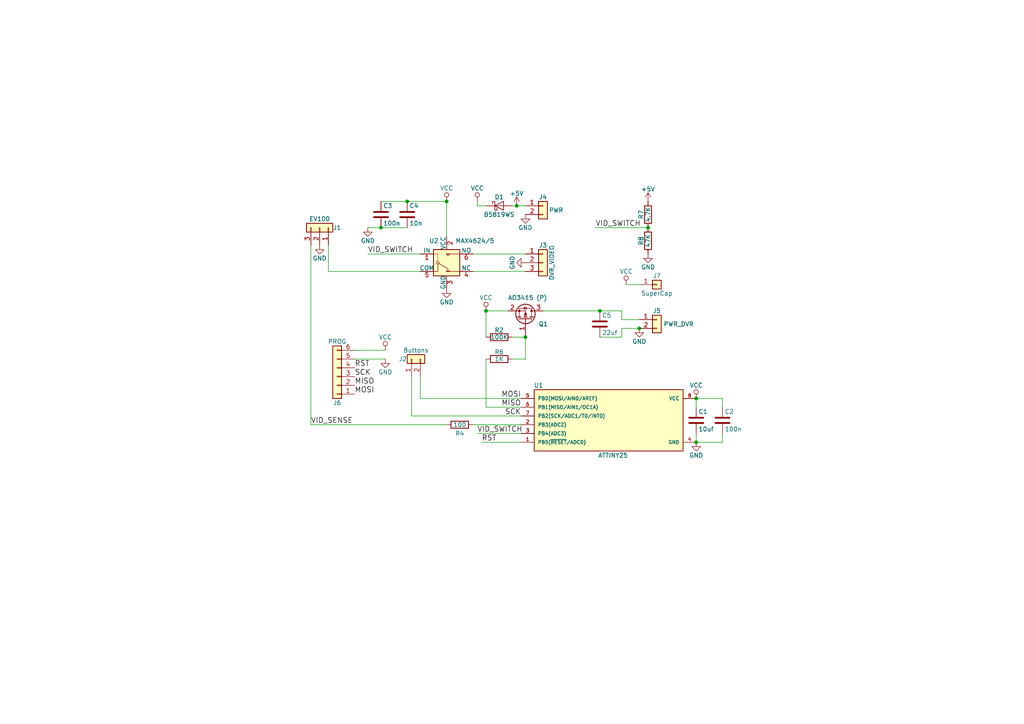
<source format=kicad_sch>
(kicad_sch (version 20230121) (generator eeschema)
  (paper "A4")
  (lib_symbols
    (symbol "VideoSwitchDVR-rescue:+5V" (power) (pin_names (offset 0))
      (property "Value" "+5V" (at 0 3.556 0))
      (symbol "+5V_0_1"
        (polyline (pts (xy -0.762 1.27) (xy 0 2.54)))
        (polyline (pts (xy 0 0) (xy 0 2.54)))
        (polyline (pts (xy 0 2.54) (xy 0.762 1.27)))
      )
      (symbol "+5V_1_1"
        (pin power_in line (at 0 0 90) (length 0) hide (name "+5V") (number "1"))
      )
    )
    (symbol "VideoSwitchDVR-rescue:ATTINY15-1SC" (pin_names (offset 1.016))
      (property "Reference" "U" (at -20.32 10.16 0))
      (property "Value" "ATTINY15-1SC" (at 16.51 -10.16 0))
      (symbol "ATTINY15-1SC_0_1"
        (rectangle (start -21.59 8.89) (end 21.59 -8.89) (stroke (width 0.254)) (fill (type background)))
      )
      (symbol "ATTINY15-1SC_1_1"
        (pin bidirectional line (at -25.4 -6.35 0) (length 3.81) (name "PB5(~{RESET}/ADC0)") (number "1"))
        (pin bidirectional line (at -25.4 -1.27 0) (length 3.81) (name "PB3(ADC2)") (number "2"))
        (pin bidirectional line (at -25.4 -3.81 0) (length 3.81) (name "PB4(ADC3)") (number "3"))
        (pin power_in line (at 25.4 -6.35 180) (length 3.81) (name "GND") (number "4"))
        (pin bidirectional line (at -25.4 6.35 0) (length 3.81) (name "PB0(MOSI/AIN0/AREF)") (number "5"))
        (pin bidirectional line (at -25.4 3.81 0) (length 3.81) (name "PB1(MISO/AIN1/OC1A)") (number "6"))
        (pin bidirectional line (at -25.4 1.27 0) (length 3.81) (name "PB2(SCK/ADC1/T0/INT0)") (number "7"))
        (pin power_in line (at 25.4 6.35 180) (length 3.81) (name "VCC") (number "8"))
      )
    )
    (symbol "VideoSwitchDVR-rescue:C" (pin_numbers hide) (pin_names (offset 0.254))
      (property "Reference" "C" (at 0.635 2.54 0))
      (property "Value" "C" (at 0.635 -2.54 0))
      (symbol "C_0_1"
        (polyline (pts (xy -2.032 -0.762) (xy 2.032 -0.762)) (stroke (width 0.508)))
        (polyline (pts (xy -2.032 0.762) (xy 2.032 0.762)) (stroke (width 0.508)))
      )
      (symbol "C_1_1"
        (pin passive line (at 0 3.81 270) (length 2.794) (name "~") (number "1"))
        (pin passive line (at 0 -3.81 90) (length 2.794) (name "~") (number "2"))
      )
    )
    (symbol "VideoSwitchDVR-rescue:Conn_01x01" (pin_names (offset 1.016) hide)
      (property "Reference" "J" (at 0 2.54 0))
      (property "Value" "Conn_01x01" (at 0 -2.54 0))
      (symbol "Conn_01x01_1_1"
        (rectangle (start -1.27 0.127) (end 0 -0.127) (stroke (width 0.1524)))
        (rectangle (start -1.27 1.27) (end 1.27 -1.27) (stroke (width 0.254)) (fill (type background)))
        (pin passive line (at -5.08 0 0) (length 3.81) (name "Pin_1") (number "1"))
      )
    )
    (symbol "VideoSwitchDVR-rescue:Conn_01x02" (pin_names (offset 1.016) hide)
      (property "Reference" "J" (at 0 2.54 0))
      (property "Value" "Conn_01x02" (at 0 -5.08 0))
      (symbol "Conn_01x02_1_1"
        (rectangle (start -1.27 -2.413) (end 0 -2.667) (stroke (width 0.1524)))
        (rectangle (start -1.27 0.127) (end 0 -0.127) (stroke (width 0.1524)))
        (rectangle (start -1.27 1.27) (end 1.27 -3.81) (stroke (width 0.254)) (fill (type background)))
        (pin passive line (at -5.08 0 0) (length 3.81) (name "Pin_1") (number "1"))
        (pin passive line (at -5.08 -2.54 0) (length 3.81) (name "Pin_2") (number "2"))
      )
    )
    (symbol "VideoSwitchDVR-rescue:Conn_01x03" (pin_names (offset 1.016) hide)
      (property "Reference" "J" (at 0 5.08 0))
      (property "Value" "Conn_01x03" (at 0 -5.08 0))
      (symbol "Conn_01x03_1_1"
        (rectangle (start -1.27 -2.413) (end 0 -2.667) (stroke (width 0.1524)))
        (rectangle (start -1.27 0.127) (end 0 -0.127) (stroke (width 0.1524)))
        (rectangle (start -1.27 2.667) (end 0 2.413) (stroke (width 0.1524)))
        (rectangle (start -1.27 3.81) (end 1.27 -3.81) (stroke (width 0.254)) (fill (type background)))
        (pin passive line (at -5.08 2.54 0) (length 3.81) (name "Pin_1") (number "1"))
        (pin passive line (at -5.08 0 0) (length 3.81) (name "Pin_2") (number "2"))
        (pin passive line (at -5.08 -2.54 0) (length 3.81) (name "Pin_3") (number "3"))
      )
    )
    (symbol "VideoSwitchDVR-rescue:Conn_01x06" (pin_names (offset 1.016) hide)
      (property "Reference" "J" (at 0 7.62 0))
      (property "Value" "Conn_01x06" (at 0 -10.16 0))
      (symbol "Conn_01x06_1_1"
        (rectangle (start -1.27 -7.493) (end 0 -7.747) (stroke (width 0.1524)))
        (rectangle (start -1.27 -4.953) (end 0 -5.207) (stroke (width 0.1524)))
        (rectangle (start -1.27 -2.413) (end 0 -2.667) (stroke (width 0.1524)))
        (rectangle (start -1.27 0.127) (end 0 -0.127) (stroke (width 0.1524)))
        (rectangle (start -1.27 2.667) (end 0 2.413) (stroke (width 0.1524)))
        (rectangle (start -1.27 5.207) (end 0 4.953) (stroke (width 0.1524)))
        (rectangle (start -1.27 6.35) (end 1.27 -8.89) (stroke (width 0.254)) (fill (type background)))
        (pin passive line (at -5.08 5.08 0) (length 3.81) (name "Pin_1") (number "1"))
        (pin passive line (at -5.08 2.54 0) (length 3.81) (name "Pin_2") (number "2"))
        (pin passive line (at -5.08 0 0) (length 3.81) (name "Pin_3") (number "3"))
        (pin passive line (at -5.08 -2.54 0) (length 3.81) (name "Pin_4") (number "4"))
        (pin passive line (at -5.08 -5.08 0) (length 3.81) (name "Pin_5") (number "5"))
        (pin passive line (at -5.08 -7.62 0) (length 3.81) (name "Pin_6") (number "6"))
      )
    )
    (symbol "VideoSwitchDVR-rescue:D_Schottky" (pin_numbers hide) (pin_names (offset 1.016) hide)
      (property "Reference" "D" (at 0 2.54 0))
      (property "Value" "D_Schottky" (at 0 -2.54 0))
      (symbol "D_Schottky_0_1"
        (polyline (pts (xy 1.27 0) (xy -1.27 0)))
        (polyline (pts (xy 1.27 1.27) (xy 1.27 -1.27) (xy -1.27 0) (xy 1.27 1.27)) (stroke (width 0.2032)))
        (polyline (pts (xy -1.905 0.635) (xy -1.905 1.27) (xy -1.27 1.27) (xy -1.27 -1.27) (xy -0.635 -1.27) (xy -0.635 -0.635)) (stroke (width 0.2032)))
      )
      (symbol "D_Schottky_1_1"
        (pin passive line (at -3.81 0 0) (length 2.54) (name "K") (number "1"))
        (pin passive line (at 3.81 0 180) (length 2.54) (name "A") (number "2"))
      )
    )
    (symbol "VideoSwitchDVR-rescue:GND" (power) (pin_names (offset 0))
      (property "Value" "GND" (at 0 -3.81 0))
      (symbol "GND_0_1"
        (polyline (pts (xy 0 0) (xy 0 -1.27) (xy 1.27 -1.27) (xy 0 -2.54) (xy -1.27 -1.27) (xy 0 -1.27)))
      )
      (symbol "GND_1_1"
        (pin power_in line (at 0 0 270) (length 0) hide (name "GND") (number "1"))
      )
    )
    (symbol "VideoSwitchDVR-rescue:MAX4624/5" (pin_names (offset 0))
      (property "Reference" "U" (at -5.08 6.35 0))
      (property "Value" "MAX4624/5" (at 2.54 6.35 0))
      (symbol "MAX4624/5_0_1"
        (rectangle (start -3.81 3.81) (end 3.81 -3.81) (stroke (width 0.254)) (fill (type background)))
        (circle (center -2.54 0) (radius 0.381))
        (polyline (pts (xy -3.683 2.54) (xy -3.81 2.54)))
        (polyline (pts (xy -3.302 2.54) (xy -3.429 2.54)))
        (polyline (pts (xy -2.921 2.54) (xy -3.048 2.54)))
        (polyline (pts (xy -2.54 0.635) (xy -2.54 0.508)))
        (polyline (pts (xy -2.54 1.016) (xy -2.54 0.889)))
        (polyline (pts (xy -2.54 1.397) (xy -2.54 1.27)))
        (polyline (pts (xy -2.54 1.778) (xy -2.54 1.651)))
        (polyline (pts (xy -2.54 2.159) (xy -2.54 2.032)))
        (polyline (pts (xy -2.54 2.54) (xy -2.667 2.54)))
        (polyline (pts (xy -2.54 2.54) (xy -2.54 2.413)))
        (polyline (pts (xy -2.159 -0.254) (xy 0.381 -1.778)))
        (polyline (pts (xy 0 2.54) (xy 3.81 2.54)))
        (polyline (pts (xy 3.81 -2.54) (xy 0 -2.54)))
        (polyline (pts (xy -3.81 -2.54) (xy -2.54 -2.54) (xy -2.54 -0.381)))
        (polyline (pts (xy -0.127 -2.54) (xy 0.381 -2.032) (xy 0.889 -2.54) (xy -0.127 -2.54) (xy -0.127 -2.54)))
        (polyline (pts (xy 0.889 2.54) (xy -0.127 2.54) (xy 0.381 2.032) (xy 0.889 2.54) (xy 0.889 2.54) (xy 0.889 2.54)))
        (pin power_in line (at 0 -7.62 90) (length 3.81) (name "GND") (number "3"))
      )
      (symbol "MAX4624/5_1_1"
        (pin input line (at -7.62 2.54 0) (length 3.81) (name "IN") (number "1"))
        (pin power_in line (at 0 7.62 270) (length 3.81) (name "VCC") (number "2"))
        (pin bidirectional line (at 7.62 -2.54 180) (length 3.81) (name "NC") (number "4"))
        (pin bidirectional line (at -7.62 -2.54 0) (length 3.81) (name "COM") (number "5"))
        (pin bidirectional line (at 7.62 2.54 180) (length 3.81) (name "NO") (number "6"))
      )
    )
    (symbol "VideoSwitchDVR-rescue:Q_PMOS_GSD" (pin_names (offset 0) hide)
      (property "Reference" "Q" (at 5.08 1.27 0))
      (property "Value" "Q_PMOS_GSD" (at 5.08 -1.27 0))
      (symbol "Q_PMOS_GSD_0_1"
        (polyline (pts (xy 0.0508 0) (xy 0.254 0)))
        (polyline (pts (xy 0.762 -1.778) (xy 2.54 -1.778)))
        (polyline (pts (xy 0.762 -1.27) (xy 0.762 -2.286)) (stroke (width 0.254)))
        (polyline (pts (xy 0.762 0) (xy 2.54 0)))
        (polyline (pts (xy 0.762 0.508) (xy 0.762 -0.508)) (stroke (width 0.254)))
        (polyline (pts (xy 0.762 1.778) (xy 2.54 1.778)))
        (polyline (pts (xy 0.762 2.286) (xy 0.762 1.27)) (stroke (width 0.254)))
        (polyline (pts (xy 2.54 -1.778) (xy 2.54 -2.54)))
        (polyline (pts (xy 2.54 -1.778) (xy 2.54 0)))
        (polyline (pts (xy 2.54 2.54) (xy 2.54 1.778)))
        (polyline (pts (xy 0.254 1.905) (xy 0.254 -1.905) (xy 0.254 -1.905)) (stroke (width 0.254)))
        (polyline (pts (xy 2.286 0) (xy 1.27 -0.381) (xy 1.27 0.381) (xy 2.286 0)) (fill (type outline)))
        (polyline (pts (xy 2.54 -1.778) (xy 3.302 -1.778) (xy 3.302 1.778) (xy 2.54 1.778)))
        (polyline (pts (xy 2.794 -0.508) (xy 2.921 -0.381) (xy 3.683 -0.381) (xy 3.81 -0.254)))
        (polyline (pts (xy 3.302 -0.381) (xy 2.921 0.254) (xy 3.683 0.254) (xy 3.302 -0.381)))
        (circle (center 1.651 0) (radius 2.8194) (stroke (width 0.254)))
        (circle (center 2.54 -1.778) (radius 0.2794) (fill (type outline)))
        (circle (center 2.54 1.778) (radius 0.2794) (fill (type outline)))
      )
      (symbol "Q_PMOS_GSD_1_1"
        (pin input line (at -5.08 0 0) (length 5.08) (name "G") (number "1"))
        (pin passive line (at 2.54 -5.08 90) (length 2.54) (name "S") (number "2"))
        (pin passive line (at 2.54 5.08 270) (length 2.54) (name "D") (number "3"))
      )
    )
    (symbol "VideoSwitchDVR-rescue:R" (pin_numbers hide) (pin_names (offset 0))
      (property "Reference" "R" (at 2.032 0 90))
      (property "Value" "R" (at 0 0 90))
      (symbol "R_0_1"
        (rectangle (start -1.016 -2.54) (end 1.016 2.54) (stroke (width 0.254)))
      )
      (symbol "R_1_1"
        (pin passive line (at 0 3.81 270) (length 1.27) (name "~") (number "1"))
        (pin passive line (at 0 -3.81 90) (length 1.27) (name "~") (number "2"))
      )
    )
    (symbol "VideoSwitchDVR-rescue:VCC" (power) (pin_names (offset 0))
      (property "Value" "VCC" (at 0 3.81 0))
      (symbol "VCC_0_1"
        (polyline (pts (xy 0 0) (xy 0 1.27)))
        (circle (center 0 1.905) (radius 0.635))
      )
      (symbol "VCC_1_1"
        (pin power_in line (at 0 0 90) (length 0) hide (name "VCC") (number "1"))
      )
    )
  )
  (junction (at 173.99 90.17))
  (junction (at 201.93 115.57))
  (junction (at 129.54 58.42))
  (junction (at 140.97 90.17))
  (junction (at 118.11 58.42))
  (junction (at 185.42 95.25))
  (junction (at 152.4 97.79))
  (junction (at 149.86 59.69))
  (junction (at 110.49 66.04))
  (junction (at 201.93 128.27))
  (junction (at 187.96 66.04))
  (wire (pts (xy 95.25 71.12) (xy 95.25 78.74)))
  (wire (pts (xy 121.92 115.57) (xy 151.13 115.57)))
  (wire (pts (xy 173.99 90.17) (xy 157.48 90.17)))
  (wire (pts (xy 152.4 104.14) (xy 152.4 97.79)))
  (wire (pts (xy 181.61 82.55) (xy 185.42 82.55)))
  (wire (pts (xy 129.54 58.42) (xy 129.54 68.58)))
  (wire (pts (xy 209.55 115.57) (xy 201.93 115.57)))
  (wire (pts (xy 95.25 78.74) (xy 121.92 78.74)))
  (wire (pts (xy 90.17 123.19) (xy 129.54 123.19)))
  (wire (pts (xy 201.93 128.27) (xy 201.93 125.73)))
  (wire (pts (xy 148.59 59.69) (xy 149.86 59.69)))
  (wire (pts (xy 152.4 73.66) (xy 137.16 73.66)))
  (wire (pts (xy 209.55 118.11) (xy 209.55 115.57)))
  (wire (pts (xy 151.13 128.27) (xy 139.7 128.27)))
  (wire (pts (xy 152.4 97.79) (xy 148.59 97.79)))
  (wire (pts (xy 111.76 101.6) (xy 102.87 101.6)))
  (wire (pts (xy 119.38 120.65) (xy 151.13 120.65)))
  (wire (pts (xy 119.38 120.65) (xy 119.38 109.22)))
  (wire (pts (xy 187.96 66.04) (xy 172.72 66.04)))
  (wire (pts (xy 121.92 73.66) (xy 106.68 73.66)))
  (wire (pts (xy 201.93 115.57) (xy 201.93 118.11)))
  (wire (pts (xy 209.55 128.27) (xy 209.55 125.73)))
  (wire (pts (xy 138.43 59.69) (xy 140.97 59.69)))
  (wire (pts (xy 137.16 123.19) (xy 151.13 123.19)))
  (wire (pts (xy 149.86 59.69) (xy 152.4 59.69)))
  (wire (pts (xy 138.43 58.42) (xy 138.43 59.69)))
  (wire (pts (xy 185.42 95.25) (xy 180.34 95.25)))
  (wire (pts (xy 140.97 118.11) (xy 140.97 104.14)))
  (wire (pts (xy 110.49 58.42) (xy 118.11 58.42)))
  (wire (pts (xy 201.93 128.27) (xy 209.55 128.27)))
  (wire (pts (xy 121.92 109.22) (xy 121.92 115.57)))
  (wire (pts (xy 140.97 118.11) (xy 151.13 118.11)))
  (wire (pts (xy 180.34 95.25) (xy 180.34 97.79)))
  (wire (pts (xy 180.34 90.17) (xy 173.99 90.17)))
  (wire (pts (xy 180.34 97.79) (xy 173.99 97.79)))
  (wire (pts (xy 148.59 104.14) (xy 152.4 104.14)))
  (wire (pts (xy 90.17 123.19) (xy 90.17 71.12)))
  (wire (pts (xy 140.97 97.79) (xy 140.97 90.17)))
  (wire (pts (xy 137.16 78.74) (xy 152.4 78.74)))
  (wire (pts (xy 185.42 92.71) (xy 180.34 92.71)))
  (wire (pts (xy 106.68 66.04) (xy 110.49 66.04)))
  (wire (pts (xy 151.13 125.73) (xy 138.43 125.73)))
  (wire (pts (xy 180.34 92.71) (xy 180.34 90.17)))
  (wire (pts (xy 110.49 66.04) (xy 118.11 66.04)))
  (wire (pts (xy 140.97 90.17) (xy 147.32 90.17)))
  (wire (pts (xy 111.76 104.14) (xy 102.87 104.14)))
  (wire (pts (xy 118.11 58.42) (xy 129.54 58.42)))
  (label "RST" (at 139.7 128.27 0) (effects (font (size 1.524 1.524))))
  (label "VID_SENSE" (at 90.17 123.19 0) (effects (font (size 1.524 1.524))))
  (label "MOSI" (at 151.13 115.57 180) (effects (font (size 1.524 1.524))))
  (label "VID_SWITCH" (at 138.43 125.73 0) (effects (font (size 1.524 1.524))))
  (label "VID_SWITCH" (at 172.72 66.04 0) (effects (font (size 1.524 1.524))))
  (label "RST" (at 102.87 106.68 0) (effects (font (size 1.524 1.524))))
  (label "MISO" (at 102.87 111.76 0) (effects (font (size 1.524 1.524))))
  (label "MISO" (at 151.13 118.11 180) (effects (font (size 1.524 1.524))))
  (label "SCK" (at 102.87 109.22 0) (effects (font (size 1.524 1.524))))
  (label "MOSI" (at 102.87 114.3 0) (effects (font (size 1.524 1.524))))
  (label "SCK" (at 151.13 120.65 180) (effects (font (size 1.524 1.524))))
  (label "VID_SWITCH" (at 106.68 73.66 0) (effects (font (size 1.524 1.524))))
  (symbol (lib_id "VideoSwitchDVR-rescue:MAX4624/5") (at 129.54 76.2 0) (unit 1)
    (property "Reference" "U2" (at 124.46 69.85 0) (effects (justify left)))
    (property "Value" "MAX4624/5" (at 132.08 69.85 0) (effects (justify left)))
    (property "Footprint" "TO_SOT_Packages_SMD:SOT-23-6" (effects hide))
  )
  (symbol (lib_id "VideoSwitchDVR-rescue:VCC") (at 201.93 115.57 0) (unit 1)
    (property "Reference" "#PWR16" (effects hide))
    (property "Value" "VCC" (at 201.93 111.76 0))
  )
  (symbol (lib_id "VideoSwitchDVR-rescue:GND") (at 201.93 128.27 0) (unit 1)
    (property "Reference" "#PWR17" (effects hide))
    (property "Value" "GND" (at 201.93 132.08 0))
  )
  (symbol (lib_id "VideoSwitchDVR-rescue:GND") (at 129.54 83.82 0) (unit 1)
    (property "Reference" "#PWR6" (effects hide))
    (property "Value" "GND" (at 129.54 87.63 0))
  )
  (symbol (lib_id "VideoSwitchDVR-rescue:C") (at 118.11 62.23 0) (unit 1)
    (property "Reference" "C4" (at 118.745 59.69 0) (effects (justify left)))
    (property "Value" "10n" (at 118.745 64.77 0) (effects (justify left)))
    (property "Footprint" "Capacitors_SMD:C_0603" (effects hide))
  )
  (symbol (lib_id "VideoSwitchDVR-rescue:C") (at 110.49 62.23 0) (unit 1)
    (property "Reference" "C3" (at 111.125 59.69 0) (effects (justify left)))
    (property "Value" "100n" (at 111.125 64.77 0) (effects (justify left)))
    (property "Footprint" "Capacitors_SMD:C_0603" (effects hide))
  )
  (symbol (lib_id "VideoSwitchDVR-rescue:GND") (at 106.68 66.04 0) (unit 1)
    (property "Reference" "#PWR2" (effects hide))
    (property "Value" "GND" (at 106.68 69.85 0))
  )
  (symbol (lib_id "VideoSwitchDVR-rescue:C") (at 209.55 121.92 0) (unit 1)
    (property "Reference" "C2" (at 210.185 119.38 0) (effects (justify left)))
    (property "Value" "100n" (at 210.185 124.46 0) (effects (justify left)))
    (property "Footprint" "Capacitors_SMD:C_0603" (effects hide))
  )
  (symbol (lib_id "VideoSwitchDVR-rescue:C") (at 201.93 121.92 0) (unit 1)
    (property "Reference" "C1" (at 202.565 119.38 0) (effects (justify left)))
    (property "Value" "10uf" (at 202.565 124.46 0) (effects (justify left)))
    (property "Footprint" "Capacitors_SMD:C_0603" (effects hide))
  )
  (symbol (lib_id "VideoSwitchDVR-rescue:VCC") (at 129.54 58.42 0) (unit 1)
    (property "Reference" "#PWR5" (effects hide))
    (property "Value" "VCC" (at 129.54 54.61 0))
  )
  (symbol (lib_id "VideoSwitchDVR-rescue:ATTINY15-1SC") (at 176.53 121.92 0) (unit 1)
    (property "Reference" "U1" (at 156.21 111.76 0))
    (property "Value" "ATTINY25" (at 177.8 132.08 0))
    (property "Footprint" "Housings_SOIC:SOIJ-8_5.3x5.3mm_Pitch1.27mm" (effects hide))
  )
  (symbol (lib_id "VideoSwitchDVR-rescue:R") (at 133.35 123.19 90) (unit 1)
    (property "Reference" "R4" (at 133.35 125.73 90))
    (property "Value" "100" (at 133.35 123.19 90))
    (property "Footprint" "Resistors_SMD:R_0603" (effects hide))
  )
  (symbol (lib_id "VideoSwitchDVR-rescue:Conn_01x03") (at 92.71 66.04 270) (mirror x) (unit 1)
    (property "Reference" "J1" (at 97.79 66.04 90))
    (property "Value" "EV100" (at 92.71 63.5 90))
    (property "Footprint" "KiCadCustomLibs:USB_3_PADS" (effects hide))
  )
  (symbol (lib_id "VideoSwitchDVR-rescue:GND") (at 92.71 71.12 0) (unit 1)
    (property "Reference" "#PWR1" (effects hide))
    (property "Value" "GND" (at 92.71 74.93 0))
  )
  (symbol (lib_id "VideoSwitchDVR-rescue:Conn_01x03") (at 157.48 76.2 0) (unit 1)
    (property "Reference" "J3" (at 157.48 71.12 0))
    (property "Value" "DVR_VIDEO" (at 160.02 76.2 90))
    (property "Footprint" "KiCadCustomLibs:USB_3_PADS" (effects hide))
  )
  (symbol (lib_id "VideoSwitchDVR-rescue:GND") (at 152.4 76.2 270) (unit 1)
    (property "Reference" "#PWR11" (effects hide))
    (property "Value" "GND" (at 148.59 76.2 0))
  )
  (symbol (lib_id "VideoSwitchDVR-rescue:Conn_01x02") (at 157.48 59.69 0) (unit 1)
    (property "Reference" "J4" (at 157.48 57.15 0))
    (property "Value" "PWR" (at 161.29 60.96 0))
    (property "Footprint" "KiCadCustomLibs:POWER2PIN" (effects hide))
  )
  (symbol (lib_id "VideoSwitchDVR-rescue:Conn_01x02") (at 190.5 92.71 0) (unit 1)
    (property "Reference" "J5" (at 190.5 90.17 0))
    (property "Value" "PWR_DVR" (at 196.85 93.98 0))
    (property "Footprint" "KiCadCustomLibs:POWER2PIN" (effects hide))
  )
  (symbol (lib_id "VideoSwitchDVR-rescue:GND") (at 152.4 62.23 0) (unit 1)
    (property "Reference" "#PWR10" (effects hide))
    (property "Value" "GND" (at 152.4 66.04 0))
  )
  (symbol (lib_id "VideoSwitchDVR-rescue:GND") (at 185.42 95.25 0) (unit 1)
    (property "Reference" "#PWR13" (effects hide))
    (property "Value" "GND" (at 185.42 99.06 0))
  )
  (symbol (lib_id "VideoSwitchDVR-rescue:VCC") (at 138.43 58.42 0) (unit 1)
    (property "Reference" "#PWR7" (effects hide))
    (property "Value" "VCC" (at 138.43 54.61 0))
  )
  (symbol (lib_id "VideoSwitchDVR-rescue:VCC") (at 140.97 90.17 0) (unit 1)
    (property "Reference" "#PWR8" (effects hide))
    (property "Value" "VCC" (at 140.97 86.36 0))
  )
  (symbol (lib_id "VideoSwitchDVR-rescue:Conn_01x06") (at 97.79 109.22 180) (unit 1)
    (property "Reference" "J6" (at 97.79 116.84 0))
    (property "Value" "PROG" (at 97.79 99.06 0))
    (property "Footprint" "KiCadCustomLibs:Pads_prog_6pin1.25mm" (effects hide))
  )
  (symbol (lib_id "VideoSwitchDVR-rescue:GND") (at 111.76 104.14 0) (unit 1)
    (property "Reference" "#PWR4" (effects hide))
    (property "Value" "GND" (at 111.76 107.95 0))
  )
  (symbol (lib_id "VideoSwitchDVR-rescue:VCC") (at 111.76 101.6 0) (unit 1)
    (property "Reference" "#PWR3" (effects hide))
    (property "Value" "VCC" (at 111.76 97.79 0))
  )
  (symbol (lib_id "VideoSwitchDVR-rescue:C") (at 173.99 93.98 0) (unit 1)
    (property "Reference" "C5" (at 174.625 91.44 0) (effects (justify left)))
    (property "Value" "22uf" (at 174.625 96.52 0) (effects (justify left)))
    (property "Footprint" "Capacitors_SMD:C_0805" (effects hide))
  )
  (symbol (lib_id "VideoSwitchDVR-rescue:R") (at 144.78 104.14 90) (unit 1)
    (property "Reference" "R6" (at 144.78 102.108 90))
    (property "Value" "1K" (at 144.78 104.14 90))
    (property "Footprint" "Resistors_SMD:R_0603" (effects hide))
  )
  (symbol (lib_id "VideoSwitchDVR-rescue:Q_PMOS_GSD") (at 152.4 92.71 270) (mirror x) (unit 1)
    (property "Reference" "Q1" (at 156.21 93.98 90) (effects (justify left)))
    (property "Value" "AO3415 (P)" (at 147.32 86.36 90) (effects (justify left)))
    (property "Footprint" "TO_SOT_Packages_SMD:SOT-23" (effects hide))
  )
  (symbol (lib_id "VideoSwitchDVR-rescue:R") (at 144.78 97.79 90) (unit 1)
    (property "Reference" "R2" (at 144.78 95.758 90))
    (property "Value" "100K" (at 144.78 97.79 90))
    (property "Footprint" "Resistors_SMD:R_0603" (effects hide))
  )
  (symbol (lib_id "VideoSwitchDVR-rescue:Conn_01x02") (at 119.38 104.14 90) (unit 1)
    (property "Reference" "J2" (at 116.84 104.14 90))
    (property "Value" "Buttons" (at 120.65 101.6 90))
    (property "Footprint" "KiCadCustomLibs:POWER2PIN" (effects hide))
  )
  (symbol (lib_id "VideoSwitchDVR-rescue:D_Schottky") (at 144.78 59.69 0) (unit 1)
    (property "Reference" "D1" (at 144.78 57.15 0))
    (property "Value" "B5819WS" (at 144.78 62.23 0))
    (property "Footprint" "Diodes_SMD:D_SOD-323" (effects hide))
  )
  (symbol (lib_id "VideoSwitchDVR-rescue:+5V") (at 149.86 59.69 0) (unit 1)
    (property "Reference" "#PWR9" (effects hide))
    (property "Value" "+5V" (at 149.86 56.134 0))
  )
  (symbol (lib_id "VideoSwitchDVR-rescue:R") (at 187.96 62.23 180) (unit 1)
    (property "Reference" "R7" (at 185.928 62.23 90))
    (property "Value" "4.7K" (at 187.96 62.23 90))
    (property "Footprint" "Resistors_SMD:R_0603" (effects hide))
  )
  (symbol (lib_id "VideoSwitchDVR-rescue:R") (at 187.96 69.85 180) (unit 1)
    (property "Reference" "R8" (at 185.928 69.85 90))
    (property "Value" "47K" (at 187.96 69.85 90))
    (property "Footprint" "Resistors_SMD:R_0603" (effects hide))
  )
  (symbol (lib_id "VideoSwitchDVR-rescue:+5V") (at 187.96 58.42 0) (unit 1)
    (property "Reference" "#PWR14" (effects hide))
    (property "Value" "+5V" (at 187.96 54.864 0))
  )
  (symbol (lib_id "VideoSwitchDVR-rescue:GND") (at 187.96 73.66 0) (unit 1)
    (property "Reference" "#PWR15" (effects hide))
    (property "Value" "GND" (at 187.96 77.47 0))
  )
  (symbol (lib_id "VideoSwitchDVR-rescue:Conn_01x01") (at 190.5 82.55 0) (unit 1)
    (property "Reference" "J7" (at 190.5 80.01 0))
    (property "Value" "SuperCap" (at 190.5 85.09 0))
    (property "Footprint" "KiCadCustomLibs:ESC_PWR_PAD" (effects hide))
  )
  (symbol (lib_id "VideoSwitchDVR-rescue:VCC") (at 181.61 82.55 0) (unit 1)
    (property "Reference" "#PWR12" (effects hide))
    (property "Value" "VCC" (at 181.61 78.74 0))
  )
)
</source>
